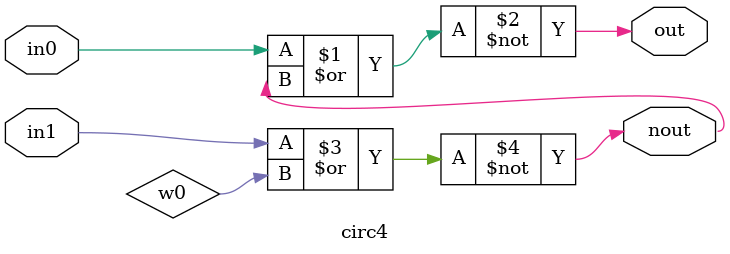
<source format=v>
module circ4(in0, in1, out, nout);
    
  input in1;
  input in0;

  output out;
  output nout;

  nor #(7) (out, in0, nout);  
  nor #(7) (nout, in1, w0);
    
  endmodule

</source>
